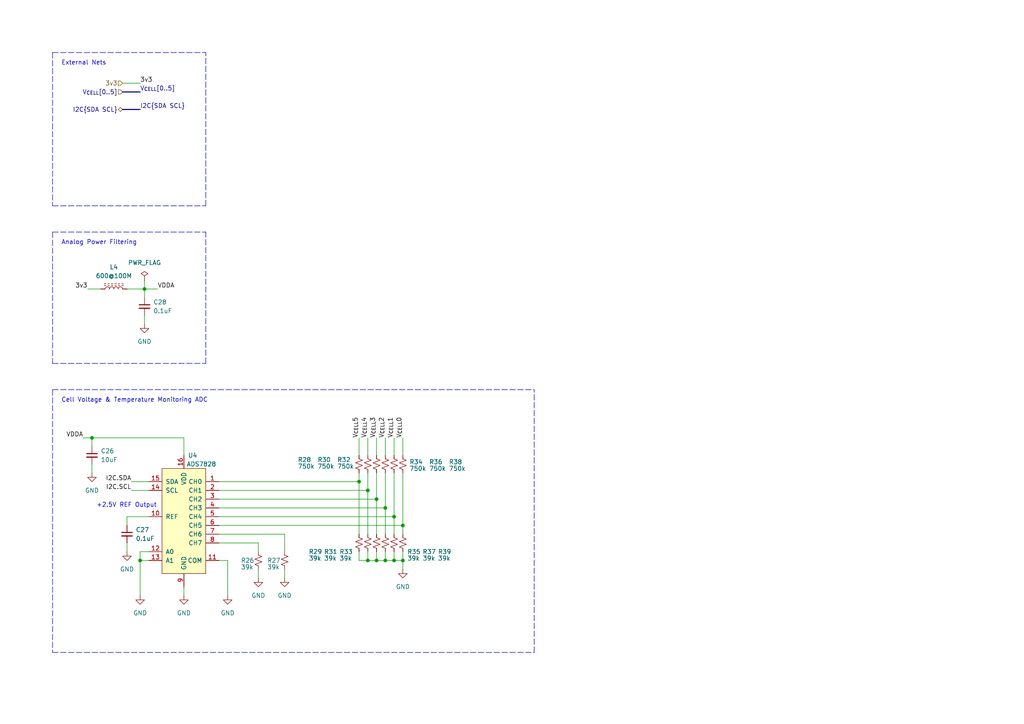
<source format=kicad_sch>
(kicad_sch (version 20211123) (generator eeschema)
  (paper "A4")
  (lib_symbols
    (symbol "Analog_ADC:ADS7828" (pin_names (offset 1.016))
      (property "Reference" "U" (at -5.08 15.24 0))
      (property "Value" "ADS7828" (at 5.08 15.24 0))
      (symbol "ADS7828_0_1"
        (rectangle (start -6.35 13.97) (end 6.35 -16.51) (fill (type background)))
        (rectangle (start 6.35 -15.24) (end 6.35 -15.24))
      )
      (symbol "ADS7828_1_1"
        (pin input line (at -10.16 10.16 0) (length 3.81) (name "CH0") (number "1"))
        (pin bidirectional line (at 10.16 0 180) (length 3.81) (name "REF") (number "10"))
        (pin input line (at -10.16 -12.7 0) (length 3.81) (name "COM") (number "11"))
        (pin input line (at 10.16 -10.16 180) (length 3.81) (name "A0") (number "12"))
        (pin input line (at 10.16 -12.7 180) (length 3.81) (name "A1") (number "13"))
        (pin input line (at 10.16 7.62 180) (length 3.81) (name "SCL") (number "14"))
        (pin bidirectional line (at 10.16 10.16 180) (length 3.81) (name "SDA") (number "15"))
        (pin power_in line (at 0 17.78 270) (length 3.81) (name "VDD") (number "16"))
        (pin input line (at -10.16 7.62 0) (length 3.81) (name "CH1") (number "2"))
        (pin input line (at -10.16 5.08 0) (length 3.81) (name "CH2") (number "3"))
        (pin input line (at -10.16 2.54 0) (length 3.81) (name "CH3") (number "4"))
        (pin input line (at -10.16 0 0) (length 3.81) (name "CH4") (number "5"))
        (pin input line (at -10.16 -2.54 0) (length 3.81) (name "CH5") (number "6"))
        (pin input line (at -10.16 -5.08 0) (length 3.81) (name "CH6") (number "7"))
        (pin input line (at -10.16 -7.62 0) (length 3.81) (name "CH7") (number "8"))
        (pin power_in line (at 0 -20.32 90) (length 3.81) (name "GND") (number "9"))
      )
    )
    (symbol "Device:C_Small" (pin_numbers hide) (pin_names (offset 0.254) hide)
      (property "Reference" "C" (at 0.254 1.778 0))
      (property "Value" "C_Small" (at 0.254 -2.032 0))
      (symbol "C_Small_0_1"
        (polyline (pts (xy -1.524 -0.508) (xy 1.524 -0.508)) (stroke (width 0.3302)))
        (polyline (pts (xy -1.524 0.508) (xy 1.524 0.508)) (stroke (width 0.3048)))
      )
      (symbol "C_Small_1_1"
        (pin passive line (at 0 2.54 270) (length 2.032) (name "~") (number "1"))
        (pin passive line (at 0 -2.54 90) (length 2.032) (name "~") (number "2"))
      )
    )
    (symbol "Device:L_Ferrite" (pin_numbers hide) (pin_names (offset 1.016) hide)
      (property "Reference" "L" (at -1.27 0 90))
      (property "Value" "L_Ferrite" (at 2.794 0 90))
      (symbol "L_Ferrite_0_1"
        (arc (start 0 -2.54) (mid 0.635 -1.905) (end 0 -1.27))
        (arc (start 0 -1.27) (mid 0.635 -0.635) (end 0 0))
        (polyline (pts (xy 1.016 -2.794) (xy 1.016 -2.286)))
        (polyline (pts (xy 1.016 -1.778) (xy 1.016 -1.27)))
        (polyline (pts (xy 1.016 -0.762) (xy 1.016 -0.254)))
        (polyline (pts (xy 1.016 0.254) (xy 1.016 0.762)))
        (polyline (pts (xy 1.016 1.27) (xy 1.016 1.778)))
        (polyline (pts (xy 1.016 2.286) (xy 1.016 2.794)))
        (polyline (pts (xy 1.524 -2.286) (xy 1.524 -2.794)))
        (polyline (pts (xy 1.524 -1.27) (xy 1.524 -1.778)))
        (polyline (pts (xy 1.524 -0.254) (xy 1.524 -0.762)))
        (polyline (pts (xy 1.524 0.762) (xy 1.524 0.254)))
        (polyline (pts (xy 1.524 1.778) (xy 1.524 1.27)))
        (polyline (pts (xy 1.524 2.794) (xy 1.524 2.286)))
        (arc (start 0 0) (mid 0.635 0.635) (end 0 1.27))
        (arc (start 0 1.27) (mid 0.635 1.905) (end 0 2.54))
      )
      (symbol "L_Ferrite_1_1"
        (pin passive line (at 0 3.81 270) (length 1.27) (name "1") (number "1"))
        (pin passive line (at 0 -3.81 90) (length 1.27) (name "2") (number "2"))
      )
    )
    (symbol "Device:R_Small_US" (pin_numbers hide) (pin_names (offset 0.254) hide)
      (property "Reference" "R" (at 0.762 0.508 0))
      (property "Value" "R_Small_US" (at 0.762 -1.016 0))
      (symbol "R_Small_US_1_1"
        (polyline (pts (xy 0 0) (xy 1.016 -0.381) (xy 0 -0.762) (xy -1.016 -1.143) (xy 0 -1.524)))
        (polyline (pts (xy 0 1.524) (xy 1.016 1.143) (xy 0 0.762) (xy -1.016 0.381) (xy 0 0)))
        (pin passive line (at 0 2.54 270) (length 1.016) (name "~") (number "1"))
        (pin passive line (at 0 -2.54 90) (length 1.016) (name "~") (number "2"))
      )
    )
    (symbol "power:GND" (power) (pin_names (offset 0))
      (property "Value" "GND" (at 0 -3.81 0))
      (symbol "GND_0_1"
        (polyline (pts (xy 0 0) (xy 0 -1.27) (xy 1.27 -1.27) (xy 0 -2.54) (xy -1.27 -1.27) (xy 0 -1.27)))
      )
      (symbol "GND_1_1"
        (pin power_in line (at 0 0 270) (length 0) hide (name "GND") (number "1"))
      )
    )
    (symbol "power:PWR_FLAG" (power) (pin_numbers hide) (pin_names (offset 0) hide)
      (property "Value" "PWR_FLAG" (at 0 3.81 0))
      (symbol "PWR_FLAG_0_0"
        (pin power_out line (at 0 0 90) (length 0) (name "pwr") (number "1"))
      )
      (symbol "PWR_FLAG_0_1"
        (polyline (pts (xy 0 0) (xy 0 1.27) (xy -1.016 1.905) (xy 0 2.54) (xy 1.016 1.905) (xy 0 1.27)))
      )
    )
  )
  (junction (at 116.84 162.56) (diameter 0.9144))
  (junction (at 114.3 162.56) (diameter 0.9144))
  (junction (at 109.22 162.56) (diameter 0.9144))
  (junction (at 40.64 162.56) (diameter 0.9144))
  (junction (at 106.68 142.24) (diameter 0.9144))
  (junction (at 41.91 83.82) (diameter 0.9144))
  (junction (at 111.76 162.56) (diameter 0.9144))
  (junction (at 106.68 162.56) (diameter 0.9144))
  (junction (at 114.3 149.86))
  (junction (at 26.67 127) (diameter 0.9144))
  (junction (at 111.76 147.32) (diameter 0.9144))
  (junction (at 109.22 144.78) (diameter 0.9144))
  (junction (at 104.14 139.7) (diameter 0.9144))
  (junction (at 116.84 152.4) (diameter 0.9144))
  (wire (pts (xy 41.91 91.44) (xy 41.91 93.98)))
  (wire (pts (xy 111.76 137.16) (xy 111.76 147.32)))
  (wire (pts (xy 106.68 142.24) (xy 106.68 154.94)))
  (wire (pts (xy 40.64 162.56) (xy 40.64 172.72)))
  (wire (pts (xy 106.68 137.16) (xy 106.68 142.24)))
  (wire (pts (xy 74.93 160.02) (xy 74.93 157.48)))
  (wire (pts (xy 111.76 162.56) (xy 114.3 162.56)))
  (polyline (pts (xy 15.24 105.41) (xy 59.69 105.41)) (stroke (width 0) (type dash)))
  (wire (pts (xy 63.5 144.78) (xy 109.22 144.78)))
  (wire (pts (xy 116.84 162.56) (xy 116.84 165.1)))
  (wire (pts (xy 116.84 137.16) (xy 116.84 152.4)))
  (wire (pts (xy 40.64 162.56) (xy 43.18 162.56)))
  (wire (pts (xy 35.56 24.13) (xy 40.64 24.13)))
  (wire (pts (xy 36.83 83.82) (xy 41.91 83.82)))
  (wire (pts (xy 104.14 137.16) (xy 104.14 139.7)))
  (wire (pts (xy 114.3 127) (xy 114.3 132.08)))
  (bus (pts (xy 35.56 26.67) (xy 40.64 26.67)))
  (wire (pts (xy 104.14 162.56) (xy 106.68 162.56)))
  (wire (pts (xy 106.68 162.56) (xy 109.22 162.56)))
  (polyline (pts (xy 15.24 67.31) (xy 59.69 67.31)) (stroke (width 0) (type dash)))
  (wire (pts (xy 38.1 139.7) (xy 43.18 139.7)))
  (wire (pts (xy 104.14 160.02) (xy 104.14 162.56)))
  (wire (pts (xy 24.13 127) (xy 26.67 127)))
  (wire (pts (xy 38.1 142.24) (xy 43.18 142.24)))
  (wire (pts (xy 43.18 160.02) (xy 40.64 160.02)))
  (wire (pts (xy 63.5 139.7) (xy 104.14 139.7)))
  (wire (pts (xy 111.76 160.02) (xy 111.76 162.56)))
  (wire (pts (xy 63.5 147.32) (xy 111.76 147.32)))
  (wire (pts (xy 104.14 127) (xy 104.14 132.08)))
  (wire (pts (xy 111.76 147.32) (xy 111.76 154.94)))
  (wire (pts (xy 109.22 162.56) (xy 111.76 162.56)))
  (wire (pts (xy 36.83 149.86) (xy 43.18 149.86)))
  (wire (pts (xy 25.4 83.82) (xy 29.21 83.82)))
  (polyline (pts (xy 15.24 189.23) (xy 154.94 189.23)) (stroke (width 0) (type dash)))
  (wire (pts (xy 63.5 142.24) (xy 106.68 142.24)))
  (wire (pts (xy 104.14 139.7) (xy 104.14 154.94)))
  (polyline (pts (xy 59.69 105.41) (xy 59.69 67.31)) (stroke (width 0) (type dash)))
  (wire (pts (xy 40.64 160.02) (xy 40.64 162.56)))
  (wire (pts (xy 63.5 149.86) (xy 114.3 149.86)))
  (wire (pts (xy 41.91 81.28) (xy 41.91 83.82)))
  (wire (pts (xy 106.68 160.02) (xy 106.68 162.56)))
  (polyline (pts (xy 15.24 113.03) (xy 15.24 189.23)) (stroke (width 0) (type dash)))
  (wire (pts (xy 109.22 144.78) (xy 109.22 154.94)))
  (wire (pts (xy 26.67 134.62) (xy 26.67 137.16)))
  (wire (pts (xy 36.83 157.48) (xy 36.83 160.02)))
  (wire (pts (xy 82.55 165.1) (xy 82.55 167.64)))
  (wire (pts (xy 74.93 165.1) (xy 74.93 167.64)))
  (polyline (pts (xy 154.94 189.23) (xy 154.94 113.03)) (stroke (width 0) (type dash)))
  (wire (pts (xy 114.3 149.86) (xy 114.3 154.94)))
  (wire (pts (xy 63.5 157.48) (xy 74.93 157.48)))
  (wire (pts (xy 109.22 160.02) (xy 109.22 162.56)))
  (wire (pts (xy 111.76 127) (xy 111.76 132.08)))
  (wire (pts (xy 63.5 162.56) (xy 66.04 162.56)))
  (wire (pts (xy 109.22 137.16) (xy 109.22 144.78)))
  (wire (pts (xy 114.3 162.56) (xy 116.84 162.56)))
  (wire (pts (xy 63.5 152.4) (xy 116.84 152.4)))
  (wire (pts (xy 41.91 83.82) (xy 45.72 83.82)))
  (wire (pts (xy 63.5 154.94) (xy 82.55 154.94)))
  (wire (pts (xy 53.34 132.08) (xy 53.34 127)))
  (wire (pts (xy 36.83 149.86) (xy 36.83 152.4)))
  (polyline (pts (xy 15.24 59.69) (xy 59.69 59.69)) (stroke (width 0) (type dash)))
  (wire (pts (xy 66.04 162.56) (xy 66.04 172.72)))
  (wire (pts (xy 109.22 127) (xy 109.22 132.08)))
  (wire (pts (xy 26.67 127) (xy 53.34 127)))
  (wire (pts (xy 53.34 170.18) (xy 53.34 172.72)))
  (polyline (pts (xy 15.24 15.24) (xy 59.69 15.24)) (stroke (width 0) (type dash)))
  (bus (pts (xy 35.56 31.75) (xy 40.64 31.75)))
  (wire (pts (xy 106.68 127) (xy 106.68 132.08)))
  (wire (pts (xy 114.3 137.16) (xy 114.3 149.86)))
  (polyline (pts (xy 15.24 67.31) (xy 15.24 105.41)) (stroke (width 0) (type dash)))
  (wire (pts (xy 116.84 152.4) (xy 116.84 154.94)))
  (wire (pts (xy 41.91 83.82) (xy 41.91 86.36)))
  (polyline (pts (xy 15.24 113.03) (xy 154.94 113.03)) (stroke (width 0) (type dash)))
  (wire (pts (xy 114.3 160.02) (xy 114.3 162.56)))
  (wire (pts (xy 116.84 127) (xy 116.84 132.08)))
  (polyline (pts (xy 15.24 15.24) (xy 15.24 59.69)) (stroke (width 0) (type dash)))
  (wire (pts (xy 26.67 127) (xy 26.67 129.54)))
  (polyline (pts (xy 59.69 59.69) (xy 59.69 15.24)) (stroke (width 0) (type dash)))
  (wire (pts (xy 116.84 160.02) (xy 116.84 162.56)))
  (wire (pts (xy 82.55 160.02) (xy 82.55 154.94)))
  (text "External Nets" (at 17.78 19.05 0) (effects (font (size 1.27 1.27)) (justify left bottom)))
  (text "Analog Power Filtering" (at 17.78 71.12 0) (effects (font (size 1.27 1.27)) (justify left bottom)))
  (text "Cell Voltage & Temperature Monitoring ADC" (at 17.78 116.84 0) (effects (font (size 1.27 1.27)) (justify left bottom)))
  (text "+2.5V REF Output" (at 27.94 147.32 0) (effects (font (size 1.27 1.27)) (justify left bottom)))
  (label "I2C.SDA" (at 38.1 139.7 180))
  (label "V_{CELL}5" (at 104.14 127 90))
  (label "V_{CELL}[0..5]" (at 40.64 26.67 0))
  (label "I2C{SDA SCL}" (at 40.64 31.75 0))
  (label "V_{CELL}3" (at 109.22 127 90))
  (label "V_{CELL}4" (at 106.68 127 90))
  (label "VDDA" (at 24.13 127 180))
  (label "V_{CELL}0" (at 116.84 127 90))
  (label "V_{CELL}1" (at 114.3 127 90))
  (label "3v3" (at 25.4 83.82 180))
  (label "V_{CELL}2" (at 111.76 127 90))
  (label "I2C.SCL" (at 38.1 142.24 180))
  (label "3v3" (at 40.64 24.13 0))
  (label "VDDA" (at 45.72 83.82 0))
  (hierarchical_label "3v3" (shape input) (at 35.56 24.13 180))
  (hierarchical_label "V_{CELL}[0..5]" (shape input) (at 35.56 26.67 180))
  (hierarchical_label "I2C{SDA SCL}" (shape bidirectional) (at 35.56 31.75 180))
  (symbol (lib_id "Device:R_Small_US") (at 111.76 134.62 0) (unit 1)
    (property "Reference" "R34" (at 118.745 133.9849 0) (effects (justify left)))
    (property "Value" "750k" (at 118.745 135.8899 0) (effects (justify left)))
    (property "Footprint" "Resistor_SMD:R_0402_1005Metric_Pad0.72x0.64mm_HandSolder" (effects hide))
  )
  (symbol (lib_id "Device:R_Small_US") (at 109.22 157.48 0) (unit 1)
    (property "Reference" "R33" (at 98.425 160.0199 0) (effects (justify left)))
    (property "Value" "39k" (at 98.425 161.9249 0) (effects (justify left)))
    (property "Footprint" "Resistor_SMD:R_0402_1005Metric_Pad0.72x0.64mm_HandSolder" (effects hide))
  )
  (symbol (lib_id "Device:R_Small_US") (at 106.68 157.48 0) (unit 1)
    (property "Reference" "R31" (at 93.98 160.0199 0) (effects (justify left)))
    (property "Value" "39k" (at 93.98 161.9249 0) (effects (justify left)))
    (property "Footprint" "Resistor_SMD:R_0402_1005Metric_Pad0.72x0.64mm_HandSolder" (effects hide))
  )
  (symbol (lib_id "Device:R_Small_US") (at 82.55 162.56 0) (unit 1)
    (property "Reference" "R27" (at 77.47 162.56 0) (effects (justify left)))
    (property "Value" "39k" (at 77.47 164.465 0) (effects (justify left)))
    (property "Footprint" "Resistor_SMD:R_0402_1005Metric_Pad0.72x0.64mm_HandSolder" (effects hide))
  )
  (symbol (lib_id "Device:R_Small_US") (at 109.22 134.62 0) (unit 1)
    (property "Reference" "R32" (at 97.79 133.3499 0) (effects (justify left)))
    (property "Value" "750k" (at 97.79 135.2549 0) (effects (justify left)))
    (property "Footprint" "Resistor_SMD:R_0402_1005Metric_Pad0.72x0.64mm_HandSolder" (effects hide))
  )
  (symbol (lib_id "Device:R_Small_US") (at 111.76 157.48 0) (unit 1)
    (property "Reference" "R35" (at 118.11 160.0199 0) (effects (justify left)))
    (property "Value" "39k" (at 118.11 161.9249 0) (effects (justify left)))
    (property "Footprint" "Resistor_SMD:R_0402_1005Metric_Pad0.72x0.64mm_HandSolder" (effects hide))
  )
  (symbol (lib_id "Device:C_Small") (at 26.67 132.08 0) (unit 1)
    (property "Reference" "C26" (at 29.21 130.8099 0) (effects (justify left)))
    (property "Value" "10uF" (at 29.21 133.3499 0) (effects (justify left)))
    (property "Footprint" "Capacitor_SMD:C_1210_3225Metric_Pad1.33x2.70mm_HandSolder" (effects hide))
  )
  (symbol (lib_id "Device:L_Ferrite") (at 33.02 83.82 90) (unit 1)
    (property "Reference" "L4" (at 33.02 77.47 90))
    (property "Value" "600@100M" (at 33.02 80.01 90))
    (property "Footprint" "Inductor_SMD:L_0603_1608Metric_Pad1.05x0.95mm_HandSolder" (effects hide))
  )
  (symbol (lib_id "Device:R_Small_US") (at 104.14 134.62 0) (unit 1)
    (property "Reference" "R28" (at 86.36 133.3499 0) (effects (justify left)))
    (property "Value" "750k" (at 86.36 135.2549 0) (effects (justify left)))
    (property "Footprint" "Resistor_SMD:R_0402_1005Metric_Pad0.72x0.64mm_HandSolder" (effects hide))
  )
  (symbol (lib_id "Device:R_Small_US") (at 74.93 162.56 0) (unit 1)
    (property "Reference" "R26" (at 69.85 162.56 0) (effects (justify left)))
    (property "Value" "39k" (at 69.85 164.465 0) (effects (justify left)))
    (property "Footprint" "Resistor_SMD:R_0402_1005Metric_Pad0.72x0.64mm_HandSolder" (effects hide))
  )
  (symbol (lib_id "power:GND") (at 82.55 167.64 0) (unit 1)
    (property "Reference" "#PWR040" (effects hide))
    (property "Value" "GND" (at 82.55 172.72 0))
  )
  (symbol (lib_id "power:GND") (at 53.34 172.72 0) (unit 1)
    (property "Reference" "#PWR037" (effects hide))
    (property "Value" "GND" (at 53.34 177.8 0))
  )
  (symbol (lib_id "Device:R_Small_US") (at 116.84 157.48 0) (unit 1)
    (property "Reference" "R39" (at 127 160.0199 0) (effects (justify left)))
    (property "Value" "39k" (at 127 161.9249 0) (effects (justify left)))
    (property "Footprint" "Resistor_SMD:R_0402_1005Metric_Pad0.72x0.64mm_HandSolder" (effects hide))
  )
  (symbol (lib_id "Device:R_Small_US") (at 114.3 134.62 0) (unit 1)
    (property "Reference" "R36" (at 124.46 133.9849 0) (effects (justify left)))
    (property "Value" "750k" (at 124.46 135.8899 0) (effects (justify left)))
    (property "Footprint" "Resistor_SMD:R_0402_1005Metric_Pad0.72x0.64mm_HandSolder" (effects hide))
  )
  (symbol (lib_id "Device:R_Small_US") (at 116.84 134.62 0) (unit 1)
    (property "Reference" "R38" (at 130.175 133.9849 0) (effects (justify left)))
    (property "Value" "750k" (at 130.175 135.8899 0) (effects (justify left)))
    (property "Footprint" "Resistor_SMD:R_0402_1005Metric_Pad0.72x0.64mm_HandSolder" (effects hide))
  )
  (symbol (lib_id "Analog_ADC:ADS7828") (at 53.34 149.86 0) (mirror y) (unit 1)
    (property "Reference" "U4" (at 55.88 132.08 0))
    (property "Value" "ADS7828" (at 58.42 134.62 0))
    (property "Footprint" "Package_SO:TSSOP-16_4.4x5mm_P0.65mm" (effects hide))
    (property "Datasheet" "http://www.ti.com/lit/ds/symlink/ads7828.pdf" (effects hide))
  )
  (symbol (lib_id "Device:C_Small") (at 36.83 154.94 0) (unit 1)
    (property "Reference" "C27" (at 39.37 153.6699 0) (effects (justify left)))
    (property "Value" "0.1uF" (at 39.37 156.2099 0) (effects (justify left)))
    (property "Footprint" "Capacitor_SMD:C_0402_1005Metric_Pad0.74x0.62mm_HandSolder" (effects hide))
  )
  (symbol (lib_id "power:GND") (at 26.67 137.16 0) (unit 1)
    (property "Reference" "#PWR033" (effects hide))
    (property "Value" "GND" (at 26.67 142.24 0))
  )
  (symbol (lib_id "power:GND") (at 41.91 93.98 0) (unit 1)
    (property "Reference" "#PWR036" (effects hide))
    (property "Value" "GND" (at 41.91 99.06 0))
  )
  (symbol (lib_id "power:GND") (at 66.04 172.72 0) (unit 1)
    (property "Reference" "#PWR038" (effects hide))
    (property "Value" "GND" (at 66.04 177.8 0))
  )
  (symbol (lib_id "power:PWR_FLAG") (at 41.91 81.28 0) (unit 1)
    (property "Reference" "#FLG08" (effects hide))
    (property "Value" "PWR_FLAG" (at 41.91 76.2 0))
  )
  (symbol (lib_id "power:GND") (at 116.84 165.1 0) (unit 1)
    (property "Reference" "#PWR041" (effects hide))
    (property "Value" "GND" (at 116.84 170.18 0))
  )
  (symbol (lib_id "power:GND") (at 40.64 172.72 0) (unit 1)
    (property "Reference" "#PWR035" (effects hide))
    (property "Value" "GND" (at 40.64 177.8 0))
  )
  (symbol (lib_id "Device:R_Small_US") (at 114.3 157.48 0) (unit 1)
    (property "Reference" "R37" (at 122.555 160.0199 0) (effects (justify left)))
    (property "Value" "39k" (at 122.555 161.9249 0) (effects (justify left)))
    (property "Footprint" "Resistor_SMD:R_0402_1005Metric_Pad0.72x0.64mm_HandSolder" (effects hide))
  )
  (symbol (lib_id "power:GND") (at 36.83 160.02 0) (unit 1)
    (property "Reference" "#PWR034" (effects hide))
    (property "Value" "GND" (at 36.83 165.1 0))
  )
  (symbol (lib_id "power:GND") (at 74.93 167.64 0) (unit 1)
    (property "Reference" "#PWR039" (effects hide))
    (property "Value" "GND" (at 74.93 172.72 0))
  )
  (symbol (lib_id "Device:R_Small_US") (at 106.68 134.62 0) (unit 1)
    (property "Reference" "R30" (at 92.075 133.3499 0) (effects (justify left)))
    (property "Value" "750k" (at 92.075 135.2549 0) (effects (justify left)))
    (property "Footprint" "Resistor_SMD:R_0402_1005Metric_Pad0.72x0.64mm_HandSolder" (effects hide))
  )
  (symbol (lib_id "Device:C_Small") (at 41.91 88.9 0) (unit 1)
    (property "Reference" "C28" (at 44.45 87.6299 0) (effects (justify left)))
    (property "Value" "0.1uF" (at 44.45 90.1699 0) (effects (justify left)))
    (property "Footprint" "Capacitor_SMD:C_0402_1005Metric_Pad0.74x0.62mm_HandSolder" (effects hide))
  )
  (symbol (lib_id "Device:R_Small_US") (at 104.14 157.48 0) (unit 1)
    (property "Reference" "R29" (at 89.535 160.0199 0) (effects (justify left)))
    (property "Value" "39k" (at 89.535 161.9249 0) (effects (justify left)))
    (property "Footprint" "Resistor_SMD:R_0402_1005Metric_Pad0.72x0.64mm_HandSolder" (effects hide))
  )
)
</source>
